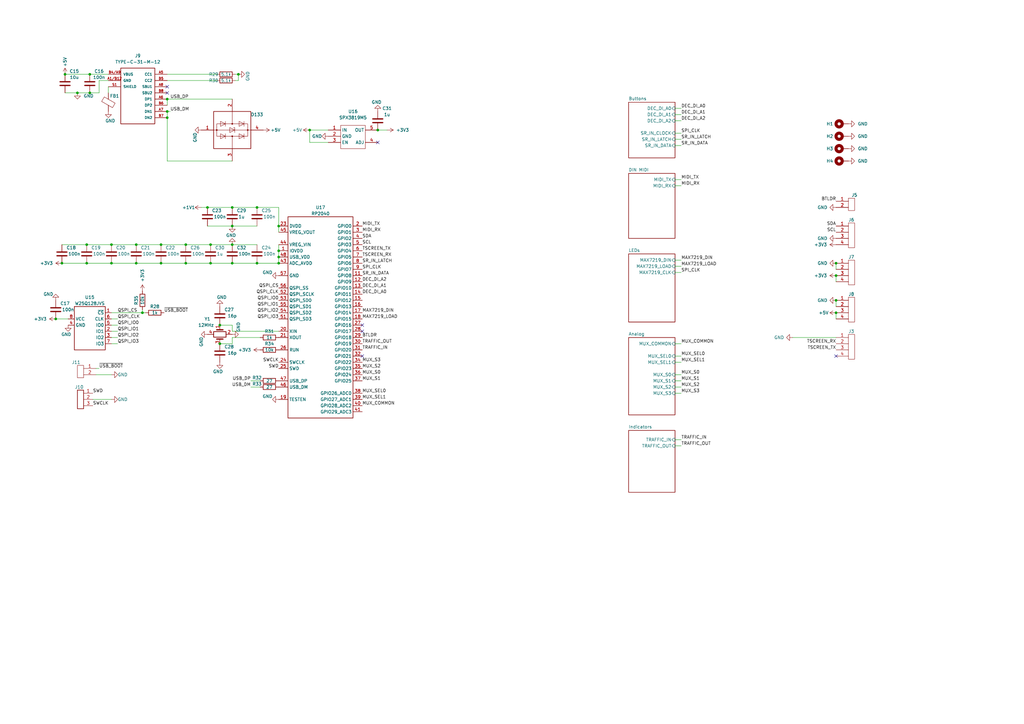
<source format=kicad_sch>
(kicad_sch (version 20211123) (generator eeschema)
  (paper "A3")
  (title_block (title "OpenDeck v3"))
  (lib_symbols
    (symbol "Connector_Generic:Conn_01x02" (pin_names (offset 1.016) hide)
      (property "Reference" "J?" (at 2.54 0.0001 0))
      (property "Value" "Conn_01x02" (at 2.54 -2.5399 0))
      (symbol "Conn_01x02_1_1"
        (rectangle (start -1.27 1.27) (end 1.27 -3.81))
        (pin passive line (at -6.35 0 0) (length 5.08) (name "Pin_1") (number "1"))
        (pin passive line (at -6.35 -2.54 0) (length 5.08) (name "Pin_2") (number "2"))
      )
    )
    (symbol "Connector_Generic:Conn_01x03" (pin_names (offset 1.016) hide)
      (property "Reference" "J?" (at 2.54 1.2701 0))
      (property "Value" "Conn_01x03" (at 2.54 -1.2699 0))
      (symbol "Conn_01x03_1_1"
        (rectangle (start -1.27 3.81) (end 1.27 -3.81) (stroke (width 0.254)))
        (pin passive line (at -5.08 2.54 0) (length 3.81) (name "Pin_1") (number "1"))
        (pin passive line (at -5.08 0 0) (length 3.81) (name "Pin_2") (number "2"))
        (pin passive line (at -5.08 -2.54 0) (length 3.81) (name "Pin_3") (number "3"))
      )
    )
    (symbol "Connector_Generic:Conn_01x04" (pin_names (offset 1.016) hide)
      (property "Reference" "J3" (at 0 11.43 0))
      (symbol "Conn_01x04_1_1"
        (rectangle (start 0 10.16) (end 2.54 0))
        (pin passive line (at -5.08 8.89 0) (length 5.08) (name "Pin_1") (number "1"))
        (pin passive line (at -5.08 6.35 0) (length 5.08) (name "Pin_2") (number "2"))
        (pin passive line (at -5.08 3.81 0) (length 5.08) (name "Pin_3") (number "3"))
        (pin passive line (at -5.08 1.27 0) (length 5.08) (name "Pin_4") (number "4"))
      )
    )
    (symbol "Device:C" (pin_numbers hide) (pin_names (offset 0.254))
      (property "Reference" "C" (at 0.635 2.54 0))
      (property "Value" "C" (at 0.635 -2.54 0))
      (symbol "C_0_1"
        (polyline (pts (xy -2.032 -0.762) (xy 2.032 -0.762)) (stroke (width 0.508)))
        (polyline (pts (xy -2.032 0.762) (xy 2.032 0.762)) (stroke (width 0.508)))
      )
      (symbol "C_1_1"
        (pin passive line (at 0 3.81 270) (length 2.794) (name "~") (number "1"))
        (pin passive line (at 0 -3.81 90) (length 2.794) (name "~") (number "2"))
      )
    )
    (symbol "Device:FerriteBead" (pin_numbers hide) (pin_names (offset 0))
      (property "Reference" "FB" (at -3.81 0.635 90))
      (property "Value" "FerriteBead" (at 3.81 0 90))
      (symbol "FerriteBead_0_1"
        (polyline (pts (xy 0 -1.27) (xy 0 -1.2192)))
        (polyline (pts (xy 0 1.27) (xy 0 1.2954)))
        (polyline (pts (xy -2.7686 0.4064) (xy -1.7018 2.2606) (xy 2.7686 -0.3048) (xy 1.6764 -2.159) (xy -2.7686 0.4064)))
      )
      (symbol "FerriteBead_1_1"
        (pin passive line (at 0 3.81 270) (length 2.54) (name "~") (number "1"))
        (pin passive line (at 0 -3.81 90) (length 2.54) (name "~") (number "2"))
      )
    )
    (symbol "Device:R" (pin_numbers hide) (pin_names (offset 0))
      (property "Reference" "R" (at 2.032 0 90))
      (property "Value" "R" (at 0 0 90))
      (symbol "R_0_1"
        (rectangle (start -1.016 -2.54) (end 1.016 2.54) (stroke (width 0.254)))
      )
      (symbol "R_1_1"
        (pin passive line (at 0 3.81 270) (length 1.27) (name "~") (number "1"))
        (pin passive line (at 0 -3.81 90) (length 1.27) (name "~") (number "2"))
      )
    )
    (symbol "Igor:Crystal-4P" (pin_names hide)
      (property "Reference" "Y1" (at 1.27 6.35 0))
      (property "Value" "12MHz" (at 1.27 3.81 0))
      (symbol "Crystal-4P_0_1"
        (rectangle (start -1.143 2.54) (end 1.143 -2.54) (stroke (width 0.3048)))
        (polyline (pts (xy -2.54 0) (xy -1.905 0)))
        (polyline (pts (xy -1.905 -1.27) (xy -1.905 1.27)) (stroke (width 0.508)))
        (polyline (pts (xy 1.905 -1.27) (xy 1.905 1.27)) (stroke (width 0.508)))
        (polyline (pts (xy 2.54 0) (xy 1.905 0)))
      )
      (symbol "Crystal-4P_1_1"
        (pin passive line (at -3.81 0 0) (length 1.27) (name "1") (number "1"))
        (pin passive line (at 0 5.08 270) (length 2.54) (name "2") (number "2"))
        (pin passive line (at 3.81 0 180) (length 1.27) (name "3") (number "3"))
        (pin passive line (at 0 -5.08 90) (length 2.54) (name "4") (number "4"))
      )
    )
    (symbol "Igor:RP2040"
      (property "Reference" "U17" (at 13.335 86.36 0))
      (property "Value" "RP2040" (at 13.335 83.82 0))
      (symbol "RP2040_0_1"
        (rectangle (start 0 82.55) (end 26.67 0) (stroke (width 0.254)))
      )
      (symbol "RP2040_1_1"
        (pin power_in line (at -3.81 68.58 0) (length 3.81) (name "IOVDD") (number "1"))
        (pin passive line (at -3.81 68.58 0) (length 3.81) hide (name "IOVDD") (number "10"))
        (pin bidirectional line (at 30.48 58.42 180) (length 3.81) (name "GPIO8") (number "11"))
        (pin bidirectional line (at 30.48 55.88 180) (length 3.81) (name "GPIO9") (number "12"))
        (pin bidirectional line (at 30.48 53.34 180) (length 3.81) (name "GPIO10") (number "13"))
        (pin bidirectional line (at 30.48 50.8 180) (length 3.81) (name "GPIO11") (number "14"))
        (pin bidirectional line (at 30.48 48.26 180) (length 3.81) (name "GPIO12") (number "15"))
        (pin bidirectional line (at 30.48 45.72 180) (length 3.81) (name "GPIO13") (number "16"))
        (pin bidirectional line (at 30.48 43.18 180) (length 3.81) (name "GPIO14") (number "17"))
        (pin bidirectional line (at 30.48 40.64 180) (length 3.81) (name "GPIO15") (number "18"))
        (pin input line (at -3.81 7.62 0) (length 3.81) (name "TESTEN") (number "19"))
        (pin bidirectional line (at 30.48 78.74 180) (length 3.81) (name "GPIO0") (number "2"))
        (pin input line (at -3.81 35.56 0) (length 3.81) (name "XIN") (number "20"))
        (pin passive line (at -3.81 33.02 0) (length 3.81) (name "XOUT") (number "21"))
        (pin passive line (at -3.81 68.58 0) (length 3.81) hide (name "IOVDD") (number "22"))
        (pin power_in line (at -3.81 78.74 0) (length 3.81) (name "DVDD") (number "23"))
        (pin output line (at -3.81 22.86 0) (length 3.81) (name "SWCLK") (number "24"))
        (pin bidirectional line (at -3.81 20.32 0) (length 3.81) (name "SWD") (number "25"))
        (pin input line (at -3.81 27.94 0) (length 3.81) (name "RUN") (number "26"))
        (pin bidirectional line (at 30.48 38.1 180) (length 3.81) (name "GPIO16") (number "27"))
        (pin bidirectional line (at 30.48 35.56 180) (length 3.81) (name "GPIO17") (number "28"))
        (pin bidirectional line (at 30.48 33.02 180) (length 3.81) (name "GPIO18") (number "29"))
        (pin bidirectional line (at 30.48 76.2 180) (length 3.81) (name "GPIO1") (number "3"))
        (pin bidirectional line (at 30.48 30.48 180) (length 3.81) (name "GPIO19") (number "30"))
        (pin bidirectional line (at 30.48 27.94 180) (length 3.81) (name "GPIO20") (number "31"))
        (pin bidirectional line (at 30.48 25.4 180) (length 3.81) (name "GPIO21") (number "32"))
        (pin passive line (at -3.81 68.58 0) (length 3.81) hide (name "IOVDD") (number "33"))
        (pin bidirectional line (at 30.48 22.86 180) (length 3.81) (name "GPIO22") (number "34"))
        (pin bidirectional line (at 30.48 20.32 180) (length 3.81) (name "GPIO23") (number "35"))
        (pin bidirectional line (at 30.48 17.78 180) (length 3.81) (name "GPIO24") (number "36"))
        (pin bidirectional line (at 30.48 15.24 180) (length 3.81) (name "GPIO25") (number "37"))
        (pin bidirectional line (at 30.48 10.16 180) (length 3.81) (name "GPIO26_ADC0") (number "38"))
        (pin bidirectional line (at 30.48 7.62 180) (length 3.81) (name "GPIO27_ADC1") (number "39"))
        (pin bidirectional line (at 30.48 73.66 180) (length 3.81) (name "GPIO2") (number "4"))
        (pin bidirectional line (at 30.48 5.08 180) (length 3.81) (name "GPIO28_ADC2") (number "40"))
        (pin bidirectional line (at 30.48 2.54 180) (length 3.81) (name "GPIO29_ADC3") (number "41"))
        (pin passive line (at -3.81 68.58 0) (length 3.81) hide (name "IOVDD") (number "42"))
        (pin power_in line (at -3.81 63.5 0) (length 3.81) (name "ADC_AVDD") (number "43"))
        (pin power_in line (at -3.81 71.12 0) (length 3.81) (name "VREG_VIN") (number "44"))
        (pin power_out line (at -3.81 76.2 0) (length 3.81) (name "VREG_VOUT") (number "45"))
        (pin bidirectional line (at -3.81 12.7 0) (length 3.81) (name "USB_DM") (number "46"))
        (pin bidirectional line (at -3.81 15.24 0) (length 3.81) (name "USB_DP") (number "47"))
        (pin power_in line (at -3.81 66.04 0) (length 3.81) (name "USB_VDD") (number "48"))
        (pin passive line (at -3.81 68.58 0) (length 3.81) hide (name "IOVDD") (number "49"))
        (pin bidirectional line (at 30.48 71.12 180) (length 3.81) (name "GPIO3") (number "5"))
        (pin passive line (at -3.81 78.74 0) (length 3.81) hide (name "DVDD") (number "50"))
        (pin bidirectional line (at -3.81 40.64 0) (length 3.81) (name "QSPI_SD3") (number "51"))
        (pin output line (at -3.81 50.8 0) (length 3.81) (name "QSPI_SCLK") (number "52"))
        (pin bidirectional line (at -3.81 48.26 0) (length 3.81) (name "QSPI_SD0") (number "53"))
        (pin bidirectional line (at -3.81 43.18 0) (length 3.81) (name "QSPI_SD2") (number "54"))
        (pin bidirectional line (at -3.81 45.72 0) (length 3.81) (name "QSPI_SD1") (number "55"))
        (pin bidirectional line (at -3.81 53.34 0) (length 3.81) (name "QSPI_SS") (number "56"))
        (pin power_in line (at -3.81 58.42 0) (length 3.81) (name "GND") (number "57"))
        (pin bidirectional line (at 30.48 68.58 180) (length 3.81) (name "GPIO4") (number "6"))
        (pin bidirectional line (at 30.48 66.04 180) (length 3.81) (name "GPIO5") (number "7"))
        (pin bidirectional line (at 30.48 63.5 180) (length 3.81) (name "GPIO6") (number "8"))
        (pin bidirectional line (at 30.48 60.96 180) (length 3.81) (name "GPIO7") (number "9"))
      )
    )
    (symbol "Igor:TYPE-C-31-M-12" (pin_names (offset 1.016))
      (property "Reference" "J" (at 6.35 25.4 0))
      (property "Value" "TYPE-C-31-M-12" (at -1.27 22.86 0))
      (symbol "TYPE-C-31-M-12_0_0"
        (rectangle (start 0 22.86) (end 13.97 0) (stroke (width 0.254)))
        (pin power_in line (at -5.08 17.78 0) (length 5.08) (name "GND") (number "A1/B12"))
        (pin power_in line (at -5.08 20.32 0) (length 5.08) hide (name "VBUS") (number "A4/B9"))
        (pin bidirectional line (at 19.05 20.32 180) (length 5.08) (name "CC1") (number "A5"))
        (pin bidirectional line (at 19.05 10.16 180) (length 5.08) (name "DP1") (number "A6"))
        (pin bidirectional line (at 19.05 5.08 180) (length 5.08) (name "DN1") (number "A7"))
        (pin bidirectional line (at 19.05 15.24 180) (length 5.08) (name "SBU1") (number "A8"))
        (pin power_in line (at -5.08 17.78 0) (length 5.08) hide (name "GND") (number "B1/A12"))
        (pin power_in line (at -5.08 20.32 0) (length 5.08) (name "VBUS") (number "B4/A9"))
        (pin bidirectional line (at 19.05 17.78 180) (length 5.08) (name "CC2") (number "B5"))
        (pin bidirectional line (at 19.05 7.62 180) (length 5.08) (name "DP2") (number "B6"))
        (pin bidirectional line (at 19.05 2.54 180) (length 5.08) (name "DN2") (number "B7"))
        (pin bidirectional line (at 19.05 12.7 180) (length 5.08) (name "SBU2") (number "B8"))
        (pin passive line (at -5.08 15.24 0) (length 5.08) (name "SHIELD") (number "S1"))
        (pin passive line (at -5.08 15.24 0) (length 5.08) hide (name "SHIELD") (number "S2"))
        (pin passive line (at -5.08 15.24 0) (length 5.08) hide (name "SHIELD") (number "S3"))
        (pin passive line (at -5.08 15.24 0) (length 5.08) hide (name "SHIELD") (number "S4"))
      )
    )
    (symbol "Igor:W25Q128JVS"
      (property "Reference" "U?" (at 6.35 21.59 0))
      (property "Value" "W25Q128JVS" (at 6.35 19.05 0))
      (symbol "W25Q128JVS_0_1"
        (rectangle (start 0 17.78) (end 12.7 0) (stroke (width 0.254)))
      )
      (symbol "W25Q128JVS_1_1"
        (pin input line (at 15.24 15.24 180) (length 2.54) (name "~{CS}") (number "1"))
        (pin bidirectional line (at 15.24 7.62 180) (length 2.54) (name "IO1") (number "2"))
        (pin bidirectional line (at 15.24 5.08 180) (length 2.54) (name "IO2") (number "3"))
        (pin power_in line (at -2.54 10.16 0) (length 2.54) (name "GND") (number "4"))
        (pin bidirectional line (at 15.24 10.16 180) (length 2.54) (name "IO0") (number "5"))
        (pin input line (at 15.24 12.7 180) (length 2.54) (name "CLK") (number "6"))
        (pin bidirectional line (at 15.24 2.54 180) (length 2.54) (name "IO3") (number "7"))
        (pin power_in line (at -2.54 12.7 0) (length 2.54) (name "VCC") (number "8"))
      )
    )
    (symbol "Mechanical:MountingHole_Pad" (pin_numbers hide) (pin_names (offset 1.016) hide)
      (property "Reference" "H" (at 0 6.35 0))
      (property "Value" "MountingHole_Pad" (at 0 4.445 0))
      (symbol "MountingHole_Pad_0_1"
        (circle (center 0 1.27) (radius 1.27) (stroke (width 1.27)))
      )
      (symbol "MountingHole_Pad_1_1"
        (pin input line (at 0 -2.54 90) (length 2.54) (name "1") (number "1"))
      )
    )
    (symbol "Power_Protection:PRTR5V0U2X" (pin_names (offset 0) hide)
      (property "Reference" "D?" (at -6.35 10.16 90))
      (symbol "PRTR5V0U2X_0_1"
        (rectangle (start -7.62 -7.62) (end 7.62 7.62) (stroke (width 0.254)))
        (circle (center -2.54 0) (radius 0.254) (fill (type outline)))
        (rectangle (start -2.54 6.35) (end 2.54 -6.35))
        (circle (center 0 -6.35) (radius 0.254) (fill (type outline)))
        (polyline (pts (xy -2.54 0) (xy -7.62 0)))
        (polyline (pts (xy -1.524 -2.794) (xy -3.556 -2.794)))
        (polyline (pts (xy -1.524 4.826) (xy -3.556 4.826)))
        (polyline (pts (xy 0 -7.62) (xy 0 7.62)))
        (polyline (pts (xy 1.524 -2.794) (xy 3.556 -2.794)))
        (polyline (pts (xy 1.524 4.826) (xy 3.556 4.826)))
        (polyline (pts (xy 2.54 0) (xy 7.62 0)))
        (polyline (pts (xy 1.016 1.016) (xy -1.016 1.016) (xy -1.016 0.508)))
        (polyline (pts (xy -3.556 -4.826) (xy -1.524 -4.826) (xy -2.54 -2.794) (xy -3.556 -4.826)))
        (polyline (pts (xy -3.556 2.794) (xy -1.524 2.794) (xy -2.54 4.826) (xy -3.556 2.794)))
        (polyline (pts (xy -1.016 -1.016) (xy 1.016 -1.016) (xy 0 1.016) (xy -1.016 -1.016)))
        (polyline (pts (xy 3.556 -4.826) (xy 1.524 -4.826) (xy 2.54 -2.794) (xy 3.556 -4.826)))
        (polyline (pts (xy 3.556 2.794) (xy 1.524 2.794) (xy 2.54 4.826) (xy 3.556 2.794)))
        (circle (center 0 6.35) (radius 0.254) (fill (type outline)))
        (circle (center 2.54 0) (radius 0.254) (fill (type outline)))
      )
      (symbol "PRTR5V0U2X_1_1"
        (pin passive line (at 0 -12.7 90) (length 5.08) (name "GND") (number "1"))
        (pin passive line (at -12.7 0 0) (length 5.08) (name "I/O1") (number "2"))
        (pin passive line (at 12.7 0 180) (length 5.08) (name "I/O2") (number "3"))
        (pin passive line (at 0 12.7 270) (length 5.08) (name "VCC") (number "4"))
      )
    )
    (symbol "igor_lib:SPX3819M5"
      (property "Reference" "U?" (at 5.08 13.97 0))
      (property "Value" "SPX3819M5" (at 5.08 11.43 0))
      (symbol "SPX3819M5_0_1"
        (rectangle (start 0 9.525) (end 10.16 0))
      )
      (symbol "SPX3819M5_1_1"
        (pin power_in line (at -5.08 7.62 0) (length 5.08) (name "IN") (number "1"))
        (pin power_in line (at -5.08 5.08 0) (length 5.08) (name "GND") (number "2"))
        (pin input line (at -5.08 2.54 0) (length 5.08) (name "EN") (number "3"))
        (pin input line (at 15.24 2.54 180) (length 5.08) (name "ADJ") (number "4"))
        (pin power_out line (at 15.24 7.62 180) (length 5.08) (name "OUT") (number "5"))
      )
    )
    (symbol "power:+1V1" (power) (pin_names (offset 0))
      (property "Value" "+1V1" (at 0 3.556 0))
      (symbol "+1V1_0_1"
        (polyline (pts (xy -0.762 1.27) (xy 0 2.54)))
        (polyline (pts (xy 0 0) (xy 0 2.54)))
        (polyline (pts (xy 0 2.54) (xy 0.762 1.27)))
      )
      (symbol "+1V1_1_1"
        (pin power_in line (at 0 0 90) (length 0) hide (name "+1V1") (number "1"))
      )
    )
    (symbol "power:+3.3V" (power) (pin_names (offset 0))
      (property "Value" "+3.3V" (at 0 3.556 0))
      (symbol "+3.3V_0_1"
        (polyline (pts (xy -0.762 1.27) (xy 0 2.54)))
        (polyline (pts (xy 0 0) (xy 0 2.54)))
        (polyline (pts (xy 0 2.54) (xy 0.762 1.27)))
      )
      (symbol "+3.3V_1_1"
        (pin power_in line (at 0 0 90) (length 0) hide (name "+3V3") (number "1"))
      )
    )
    (symbol "power:+5V" (power) (pin_names (offset 0))
      (property "Value" "+5V" (at 0 3.556 0))
      (symbol "+5V_0_1"
        (polyline (pts (xy -0.762 1.27) (xy 0 2.54)))
        (polyline (pts (xy 0 0) (xy 0 2.54)))
        (polyline (pts (xy 0 2.54) (xy 0.762 1.27)))
      )
      (symbol "+5V_1_1"
        (pin power_in line (at 0 0 90) (length 0) hide (name "+5V") (number "1"))
      )
    )
    (symbol "power:GND" (power) (pin_names (offset 0))
      (property "Value" "GND" (at 0 -3.81 0))
      (symbol "GND_0_1"
        (polyline (pts (xy 0 0) (xy 0 -1.27) (xy 1.27 -1.27) (xy 0 -2.54) (xy -1.27 -1.27) (xy 0 -1.27)))
      )
      (symbol "GND_1_1"
        (pin power_in line (at 0 0 270) (length 0) hide (name "GND") (number "1"))
      )
    )
  )
  (junction (at 114.3 102.87))
  (junction (at 342.9 113.03))
  (junction (at 25.4 107.95))
  (junction (at 90.17 140.97))
  (junction (at 154.94 53.34))
  (junction (at 342.9 107.95))
  (junction (at 55.88 100.33))
  (junction (at 31.75 38.1))
  (junction (at 26.67 30.48))
  (junction (at 127 53.34))
  (junction (at 22.86 130.81))
  (junction (at 97.79 30.48))
  (junction (at 76.2 107.95))
  (junction (at 114.3 107.95))
  (junction (at 35.56 107.95))
  (junction (at 68.58 45.72))
  (junction (at 114.3 105.41))
  (junction (at 68.58 40.64))
  (junction (at 55.88 107.95))
  (junction (at 114.3 92.71))
  (junction (at 68.58 48.26))
  (junction (at 90.17 133.35))
  (junction (at 35.56 100.33))
  (junction (at 58.42 128.27))
  (junction (at 95.25 107.95))
  (junction (at 95.25 100.33))
  (junction (at 45.72 100.33))
  (junction (at 76.2 100.33))
  (junction (at 342.9 123.19))
  (junction (at 66.04 107.95))
  (junction (at 95.25 85.09))
  (junction (at 342.9 128.27))
  (junction (at 45.72 107.95))
  (junction (at 66.04 100.33))
  (junction (at 105.41 107.95))
  (junction (at 86.36 107.95))
  (junction (at 36.83 38.1))
  (junction (at 36.83 30.48))
  (junction (at 85.09 85.09))
  (junction (at 105.41 85.09))
  (junction (at 86.36 100.33))
  (junction (at 95.25 92.71))
  (no_connect (at 154.94 58.42))
  (no_connect (at 148.59 146.05))
  (no_connect (at 148.59 135.89))
  (no_connect (at 148.59 133.35))
  (no_connect (at 342.9 146.05))
  (no_connect (at 68.58 35.56))
  (no_connect (at 68.58 38.1))
  (wire (pts (xy 95.25 92.71) (xy 105.41 92.71)))
  (wire (pts (xy 342.9 128.27) (xy 342.9 130.81)))
  (wire (pts (xy 68.58 66.04) (xy 68.58 48.26)))
  (wire (pts (xy 105.41 107.95) (xy 114.3 107.95)))
  (wire (pts (xy 45.72 107.95) (xy 55.88 107.95)))
  (wire (pts (xy 68.58 45.72) (xy 69.85 45.72)))
  (wire (pts (xy 276.86 44.45) (xy 279.4 44.45)))
  (wire (pts (xy 276.86 156.21) (xy 279.4 156.21)))
  (wire (pts (xy 45.72 100.33) (xy 55.88 100.33)))
  (wire (pts (xy 102.87 158.75) (xy 106.68 158.75)))
  (wire (pts (xy 58.42 127) (xy 58.42 128.27)))
  (wire (pts (xy 276.86 76.2) (xy 279.4 76.2)))
  (wire (pts (xy 95.25 66.04) (xy 68.58 66.04)))
  (wire (pts (xy 95.25 138.43) (xy 106.68 138.43)))
  (wire (pts (xy 97.79 30.48) (xy 96.52 30.48)))
  (wire (pts (xy 45.72 138.43) (xy 48.26 138.43)))
  (wire (pts (xy 96.52 33.02) (xy 97.79 33.02)))
  (wire (pts (xy 97.79 33.02) (xy 97.79 30.48)))
  (wire (pts (xy 35.56 100.33) (xy 45.72 100.33)))
  (wire (pts (xy 95.25 107.95) (xy 105.41 107.95)))
  (wire (pts (xy 86.36 107.95) (xy 95.25 107.95)))
  (wire (pts (xy 276.86 109.22) (xy 279.4 109.22)))
  (wire (pts (xy 105.41 85.09) (xy 114.3 85.09)))
  (wire (pts (xy 45.72 133.35) (xy 48.26 133.35)))
  (wire (pts (xy 68.58 33.02) (xy 88.9 33.02)))
  (wire (pts (xy 276.86 49.53) (xy 279.4 49.53)))
  (wire (pts (xy 114.3 100.33) (xy 114.3 102.87)))
  (wire (pts (xy 85.09 85.09) (xy 95.25 85.09)))
  (wire (pts (xy 114.3 105.41) (xy 114.3 107.95)))
  (wire (pts (xy 22.86 130.81) (xy 27.94 130.81)))
  (wire (pts (xy 276.86 57.15) (xy 279.4 57.15)))
  (wire (pts (xy 44.45 35.56) (xy 44.45 38.1)))
  (wire (pts (xy 35.56 107.95) (xy 45.72 107.95)))
  (wire (pts (xy 55.88 100.33) (xy 66.04 100.33)))
  (wire (pts (xy 26.67 38.1) (xy 31.75 38.1)))
  (wire (pts (xy 68.58 40.64) (xy 95.25 40.64)))
  (wire (pts (xy 134.62 58.42) (xy 127 58.42)))
  (wire (pts (xy 276.86 182.88) (xy 279.4 182.88)))
  (wire (pts (xy 127 53.34) (xy 134.62 53.34)))
  (wire (pts (xy 95.25 135.89) (xy 95.25 133.35)))
  (wire (pts (xy 45.72 130.81) (xy 48.26 130.81)))
  (wire (pts (xy 45.72 140.97) (xy 48.26 140.97)))
  (wire (pts (xy 58.42 128.27) (xy 59.69 128.27)))
  (wire (pts (xy 68.58 30.48) (xy 88.9 30.48)))
  (wire (pts (xy 276.86 111.76) (xy 279.4 111.76)))
  (wire (pts (xy 276.86 148.59) (xy 279.4 148.59)))
  (wire (pts (xy 276.86 146.05) (xy 279.4 146.05)))
  (wire (pts (xy 102.87 156.21) (xy 106.68 156.21)))
  (wire (pts (xy 26.67 30.48) (xy 36.83 30.48)))
  (wire (pts (xy 276.86 180.34) (xy 279.4 180.34)))
  (wire (pts (xy 66.04 100.33) (xy 76.2 100.33)))
  (wire (pts (xy 276.86 54.61) (xy 279.4 54.61)))
  (wire (pts (xy 76.2 100.33) (xy 86.36 100.33)))
  (wire (pts (xy 114.3 92.71) (xy 114.3 95.25)))
  (wire (pts (xy 66.04 107.95) (xy 76.2 107.95)))
  (wire (pts (xy 55.88 107.95) (xy 66.04 107.95)))
  (wire (pts (xy 114.3 135.89) (xy 95.25 135.89)))
  (wire (pts (xy 68.58 45.72) (xy 68.58 48.26)))
  (wire (pts (xy 276.86 161.29) (xy 279.4 161.29)))
  (wire (pts (xy 31.75 38.1) (xy 36.83 38.1)))
  (wire (pts (xy 114.3 102.87) (xy 114.3 105.41)))
  (wire (pts (xy 276.86 140.97) (xy 279.4 140.97)))
  (wire (pts (xy 342.9 123.19) (xy 342.9 125.73)))
  (wire (pts (xy 86.36 100.33) (xy 95.25 100.33)))
  (wire (pts (xy 276.86 73.66) (xy 279.4 73.66)))
  (wire (pts (xy 44.45 33.02) (xy 40.64 33.02)))
  (wire (pts (xy 45.72 135.89) (xy 48.26 135.89)))
  (wire (pts (xy 95.25 85.09) (xy 105.41 85.09)))
  (wire (pts (xy 342.9 113.03) (xy 342.9 115.57)))
  (wire (pts (xy 82.55 85.09) (xy 85.09 85.09)))
  (wire (pts (xy 25.4 100.33) (xy 35.56 100.33)))
  (wire (pts (xy 325.12 138.43) (xy 342.9 138.43)))
  (wire (pts (xy 76.2 107.95) (xy 86.36 107.95)))
  (wire (pts (xy 154.94 53.34) (xy 158.75 53.34)))
  (wire (pts (xy 85.09 92.71) (xy 95.25 92.71)))
  (wire (pts (xy 45.72 153.67) (xy 39.37 153.67)))
  (wire (pts (xy 276.86 106.68) (xy 279.4 106.68)))
  (wire (pts (xy 40.64 38.1) (xy 36.83 38.1)))
  (wire (pts (xy 36.83 30.48) (xy 44.45 30.48)))
  (wire (pts (xy 127 58.42) (xy 127 53.34)))
  (wire (pts (xy 276.86 153.67) (xy 279.4 153.67)))
  (wire (pts (xy 95.25 133.35) (xy 90.17 133.35)))
  (wire (pts (xy 40.64 33.02) (xy 40.64 38.1)))
  (wire (pts (xy 276.86 46.99) (xy 279.4 46.99)))
  (wire (pts (xy 114.3 92.71) (xy 114.3 85.09)))
  (wire (pts (xy 276.86 158.75) (xy 279.4 158.75)))
  (wire (pts (xy 39.37 151.13) (xy 40.64 151.13)))
  (wire (pts (xy 68.58 40.64) (xy 68.58 43.18)))
  (wire (pts (xy 90.17 140.97) (xy 95.25 140.97)))
  (wire (pts (xy 45.72 128.27) (xy 58.42 128.27)))
  (wire (pts (xy 45.72 163.83) (xy 38.1 163.83)))
  (wire (pts (xy 25.4 107.95) (xy 35.56 107.95)))
  (wire (pts (xy 95.25 138.43) (xy 95.25 140.97)))
  (wire (pts (xy 95.25 100.33) (xy 105.41 100.33)))
  (wire (pts (xy 276.86 59.69) (xy 279.4 59.69)))
  (wire (pts (xy 342.9 107.95) (xy 342.9 110.49)))
  (label "QSPI_CLK" (at 114.3 120.65 180))
  (label "SDA" (at 342.9 92.71 180))
  (label "QSPI_CS" (at 114.3 118.11 180))
  (label "MIDI_TX" (at 279.4 73.66 0))
  (label "~{USB_BOOT}" (at 67.31 128.27 0))
  (label "SPI_CLK" (at 279.4 111.76 0))
  (label "SWD" (at 114.3 151.13 180))
  (label "MIDI_TX" (at 148.59 92.71 0))
  (label "QSPI_IO0" (at 48.26 133.35 0))
  (label "TSCREEN_RX" (at 342.9 140.97 180))
  (label "MUX_S0" (at 279.4 153.67 0))
  (label "MAX7219_DIN" (at 279.4 106.68 0))
  (label "DEC_DI_A1" (at 279.4 46.99 0))
  (label "TRAFFIC_OUT" (at 279.4 182.88 0))
  (label "QSPI_IO3" (at 48.26 140.97 0))
  (label "MUX_COMMON" (at 279.4 140.97 0))
  (label "QSPI_IO2" (at 114.3 128.27 180))
  (label "TSCREEN_RX" (at 148.59 105.41 0))
  (label "SR_IN_LATCH" (at 148.59 107.95 0))
  (label "QSPI_IO2" (at 48.26 138.43 0))
  (label "USB_DM" (at 69.85 45.72 0))
  (label "~{USB_BOOT}" (at 40.64 151.13 0))
  (label "MUX_SEL0" (at 148.59 161.29 0))
  (label "SPI_CLK" (at 148.59 110.49 0))
  (label "DEC_DI_A0" (at 148.59 120.65 0))
  (label "MUX_SEL0" (at 279.4 146.05 0))
  (label "MUX_S3" (at 148.59 148.59 0))
  (label "QSPI_IO0" (at 114.3 123.19 180))
  (label "TRAFFIC_IN" (at 148.59 143.51 0))
  (label "BTLDR" (at 342.9 82.55 180))
  (label "USB_DM" (at 102.87 158.75 180))
  (label "DEC_DI_A2" (at 279.4 49.53 0))
  (label "MUX_S2" (at 148.59 151.13 0))
  (label "MIDI_RX" (at 279.4 76.2 0))
  (label "MUX_S0" (at 148.59 153.67 0))
  (label "SR_IN_DATA" (at 279.4 59.69 0))
  (label "QSPI_CS" (at 48.26 128.27 0))
  (label "MUX_SEL1" (at 148.59 163.83 0))
  (label "BTLDR" (at 148.59 138.43 0))
  (label "MIDI_RX" (at 148.59 95.25 0))
  (label "SPI_CLK" (at 279.4 54.61 0))
  (label "MUX_S2" (at 279.4 158.75 0))
  (label "SWCLK" (at 114.3 148.59 180))
  (label "TRAFFIC_OUT" (at 148.59 140.97 0))
  (label "SWCLK" (at 38.1 166.37 0))
  (label "MAX7219_LOAD" (at 279.4 109.22 0))
  (label "SR_IN_LATCH" (at 279.4 57.15 0))
  (label "QSPI_IO1" (at 48.26 135.89 0))
  (label "MAX7219_DIN" (at 148.59 128.27 0))
  (label "DEC_DI_A1" (at 148.59 118.11 0))
  (label "MUX_S1" (at 279.4 156.21 0))
  (label "SCL" (at 342.9 95.25 180))
  (label "SCL" (at 148.59 100.33 0))
  (label "TSCREEN_TX" (at 148.59 102.87 0))
  (label "MUX_S3" (at 279.4 161.29 0))
  (label "QSPI_IO3" (at 114.3 130.81 180))
  (label "QSPI_CLK" (at 48.26 130.81 0))
  (label "USB_DP" (at 102.87 156.21 180))
  (label "DEC_DI_A2" (at 148.59 115.57 0))
  (label "SR_IN_DATA" (at 148.59 113.03 0))
  (label "DEC_DI_A0" (at 279.4 44.45 0))
  (label "MAX7219_LOAD" (at 148.59 130.81 0))
  (label "USB_DP" (at 69.85 40.64 0))
  (label "QSPI_IO1" (at 114.3 125.73 180))
  (label "TRAFFIC_IN" (at 279.4 180.34 0))
  (label "SWD" (at 38.1 161.29 0))
  (label "MUX_COMMON" (at 148.59 166.37 0))
  (label "MUX_S1" (at 148.59 156.21 0))
  (label "MUX_SEL1" (at 279.4 148.59 0))
  (label "SDA" (at 148.59 97.79 0))
  (label "TSCREEN_TX" (at 342.9 143.51 180))
  (symbol (lib_id "Device:C") (at 55.88 104.14 180) (unit 1)
    (property "Reference" "C21" (at 59.69 101.6 0))
    (property "Value" "100n" (at 60.96 104.14 0))
    (property "Footprint" "Capacitor_SMD:C_0402_1005Metric" (effects hide))
    (property "LCSC" "C1525" (effects hide))
  )
  (symbol (lib_id "Mechanical:MountingHole_Pad") (at 345.44 66.04 90) (unit 1)
    (property "Reference" "H4" (at 340.36 66.04 90))
    (property "Value" "MountingHole_Pad" (effects hide))
    (property "Footprint" "MountingHole:MountingHole_3.2mm_M3_DIN965_Pad" (effects hide))
  )
  (symbol (lib_id "power:GND") (at 97.79 30.48 90) (unit 1)
    (property "Reference" "#PWR013" (effects hide))
    (property "Value" "GND" (at 101.6 29.21 0) (effects (justify right)))
  )
  (symbol (lib_id "power:GND") (at 27.94 133.35 0) (unit 1)
    (property "Reference" "#PWR010" (effects hide))
    (property "Value" "GND" (at 29.21 137.16 0) (effects (justify right)))
  )
  (symbol (lib_id "power:GND") (at 45.72 163.83 90) (unit 1)
    (property "Reference" "#PWR028" (effects hide))
    (property "Value" "GND" (at 48.26 163.83 90) (effects (justify right)))
  )
  (symbol (lib_id "Device:C") (at 86.36 104.14 180) (unit 1)
    (property "Reference" "C30" (at 90.17 101.6 0))
    (property "Value" "1u" (at 90.17 104.14 0))
    (property "Footprint" "Capacitor_SMD:C_0402_1005Metric" (effects hide))
    (property "LCSC" "C52923" (effects hide))
  )
  (symbol (lib_id "power:GND") (at 342.9 123.19 270) (unit 1)
    (property "Reference" "#PWR0168" (effects hide))
    (property "Value" "GND" (at 335.28 123.19 90) (effects (justify left)))
  )
  (symbol (lib_id "power:GND") (at 90.17 125.73 180) (unit 1)
    (property "Reference" "#PWR017" (effects hide))
    (property "Value" "GND" (at 88.9 121.92 0) (effects (justify right)))
  )
  (symbol (lib_id "power:GND") (at 347.98 66.04 90) (unit 1)
    (property "Reference" "#PWR0167" (effects hide))
    (property "Value" "GND" (at 351.79 66.0399 90) (effects (justify right)))
  )
  (symbol (lib_id "power:GND") (at 95.25 137.16 90) (unit 1)
    (property "Reference" "#PWR0152" (effects hide))
    (property "Value" "GND" (at 97.79 132.08 0) (effects (justify right)))
  )
  (symbol (lib_id "power:+5V") (at 127 53.34 90) (mirror x) (unit 1)
    (property "Reference" "#PWR025" (effects hide))
    (property "Value" "+5V" (at 121.92 53.34 90))
  )
  (symbol (lib_id "power:GND") (at 95.25 92.71 0) (unit 1)
    (property "Reference" "#PWR015" (effects hide))
    (property "Value" "GND" (effects hide))
  )
  (symbol (lib_id "power:GND") (at 347.98 55.88 90) (unit 1)
    (property "Reference" "#PWR0165" (effects hide))
    (property "Value" "GND" (at 351.79 55.8799 90) (effects (justify right)))
  )
  (symbol (lib_id "Device:R") (at 92.71 33.02 90) (unit 1)
    (property "Reference" "R30" (at 87.63 33.02 90))
    (property "Value" "5.1k" (at 92.71 33.02 90))
    (property "Footprint" "Resistor_SMD:R_0402_1005Metric" (effects hide))
    (property "LCSC" "C25905" (effects hide))
  )
  (symbol (lib_id "Device:C") (at 26.67 34.29 180) (unit 1)
    (property "Reference" "C15" (at 30.48 29.21 0))
    (property "Value" "10u" (at 30.48 31.75 0))
    (property "Footprint" "Capacitor_SMD:C_0402_1005Metric" (effects hide))
    (property "LCSC" "C15525" (effects hide))
  )
  (symbol (lib_id "Device:C") (at 90.17 129.54 180) (unit 1)
    (property "Reference" "C27" (at 93.98 127 0))
    (property "Value" "16p" (at 95.25 129.54 0))
    (property "Footprint" "Capacitor_SMD:C_0402_1005Metric" (effects hide))
    (property "LCSC" "C161307" (effects hide))
  )
  (symbol (lib_id "power:GND") (at 342.9 107.95 270) (unit 1)
    (property "Reference" "#PWR0169" (effects hide))
    (property "Value" "GND" (at 335.28 107.95 90) (effects (justify left)))
  )
  (symbol (lib_id "Device:C") (at 25.4 104.14 180) (unit 1)
    (property "Reference" "C18" (at 29.21 101.6 0))
    (property "Value" "100n" (at 30.48 104.14 0))
    (property "Footprint" "Capacitor_SMD:C_0402_1005Metric" (effects hide))
    (property "LCSC" "C1525" (effects hide))
  )
  (symbol (lib_id "Connector_Generic:Conn_01x03") (at 33.02 163.83 0) (mirror y) (unit 1)
    (property "Reference" "J10" (at 34.29 158.75 0) (effects (justify left)))
    (property "Value" "Conn_01x03" (effects hide))
    (property "Footprint" "Connector_PinHeader_2.54mm:PinHeader_1x03_P2.54mm_Vertical" (effects hide))
  )
  (symbol (lib_id "power:+3.3V") (at 342.9 113.03 90) (unit 1)
    (property "Reference" "#PWR0175" (effects hide))
    (property "Value" "+3.3V" (at 336.55 113.03 90))
  )
  (symbol (lib_id "power:+3.3V") (at 106.68 143.51 90) (unit 1)
    (property "Reference" "#PWR030" (effects hide))
    (property "Value" "+3.3V" (at 100.33 143.51 90))
  )
  (symbol (lib_id "Device:C") (at 95.25 104.14 180) (unit 1)
    (property "Reference" "C32" (at 99.06 101.6 0))
    (property "Value" "100n" (at 100.33 104.14 0))
    (property "Footprint" "Capacitor_SMD:C_0402_1005Metric" (effects hide))
    (property "LCSC" "C1525" (effects hide))
  )
  (symbol (lib_id "Device:C") (at 90.17 144.78 180) (unit 1)
    (property "Reference" "C28" (at 93.98 142.24 0))
    (property "Value" "16p" (at 95.25 144.78 0))
    (property "Footprint" "Capacitor_SMD:C_0402_1005Metric" (effects hide))
    (property "LCSC" "C161307" (effects hide))
  )
  (symbol (lib_id "power:GND") (at 114.3 163.83 270) (unit 1)
    (property "Reference" "#PWR0176" (effects hide))
    (property "Value" "GND" (at 111.76 162.56 90) (effects (justify right)))
  )
  (symbol (lib_id "Mechanical:MountingHole_Pad") (at 345.44 50.8 90) (unit 1)
    (property "Reference" "H1" (at 340.36 50.8 90))
    (property "Value" "MountingHole_Pad" (effects hide))
    (property "Footprint" "MountingHole:MountingHole_3.2mm_M3_DIN965_Pad" (effects hide))
  )
  (symbol (lib_id "Device:R") (at 63.5 128.27 90) (unit 1)
    (property "Reference" "R28" (at 63.5 125.73 90))
    (property "Value" "1k" (at 63.5 128.27 90))
    (property "Footprint" "Resistor_SMD:R_0402_1005Metric" (effects hide))
    (property "LCSC" "C11702" (effects hide))
  )
  (symbol (lib_id "Igor:W25Q128JVS") (at 30.48 143.51 0) (unit 1)
    (property "Reference" "U15" (at 36.83 121.92 0))
    (property "Value" "W25Q128JVS" (at 36.83 124.46 0))
    (property "Footprint" "Package_SO:SOIC-8_5.23x5.23mm_P1.27mm" (effects hide))
    (property "LCSC" "C97521" (effects hide))
  )
  (symbol (lib_id "power:GND") (at 114.3 113.03 270) (unit 1)
    (property "Reference" "#PWR019" (effects hide))
    (property "Value" "GND" (at 111.76 111.76 90) (effects (justify right)))
  )
  (symbol (lib_id "Device:C") (at 105.41 104.14 180) (unit 1)
    (property "Reference" "C24" (at 109.22 101.6 0))
    (property "Value" "100n" (at 110.49 104.14 0))
    (property "Footprint" "Capacitor_SMD:C_0402_1005Metric" (effects hide))
    (property "LCSC" "C1525" (effects hide))
  )
  (symbol (lib_id "power:+3.3V") (at 25.4 107.95 90) (unit 1)
    (property "Reference" "#PWR0177" (effects hide))
    (property "Value" "+3.3V" (at 19.05 107.95 90))
  )
  (symbol (lib_id "Connector_Generic:Conn_01x02") (at 349.25 82.55 0) (unit 1)
    (property "Reference" "J5" (at 349.25 80.01 0) (effects (justify left)))
    (property "Value" "Conn_01x02" (effects hide))
    (property "Footprint" "Connector_PinHeader_2.54mm:PinHeader_1x02_P2.54mm_Vertical" (effects hide))
  )
  (symbol (lib_id "Device:R") (at 110.49 156.21 90) (unit 1)
    (property "Reference" "R32" (at 105.41 154.94 90))
    (property "Value" "27" (at 110.49 156.21 90))
    (property "Footprint" "Resistor_SMD:R_0402_1005Metric" (effects hide))
    (property "LCSC" "C25100" (effects hide))
  )
  (symbol (lib_id "power:+3.3V") (at 158.75 53.34 270) (unit 1)
    (property "Reference" "#PWR021" (effects hide))
    (property "Value" "+3.3V" (at 165.1 53.34 90))
  )
  (symbol (lib_id "Connector_Generic:Conn_01x04") (at 347.98 101.6 0) (unit 1)
    (property "Reference" "J6" (at 347.98 90.17 0) (effects (justify left)))
    (property "Value" "Conn_01x04" (effects hide))
    (property "Footprint" "Connector_JST:JST_XH_B4B-XH-A_1x04_P2.50mm_Vertical" (effects hide))
  )
  (symbol (lib_id "Mechanical:MountingHole_Pad") (at 345.44 60.96 90) (unit 1)
    (property "Reference" "H3" (at 340.36 60.96 90))
    (property "Value" "MountingHole_Pad" (effects hide))
    (property "Footprint" "MountingHole:MountingHole_3.2mm_M3_DIN965_Pad" (effects hide))
  )
  (symbol (lib_id "Device:C") (at 95.25 88.9 180) (unit 1)
    (property "Reference" "C29" (at 99.06 86.36 0))
    (property "Value" "1u" (at 99.06 88.9 0))
    (property "Footprint" "Capacitor_SMD:C_0402_1005Metric" (effects hide))
    (property "LCSC" "C52923" (effects hide))
  )
  (symbol (lib_id "power:GND") (at 342.9 97.79 270) (unit 1)
    (property "Reference" "#PWR0172" (effects hide))
    (property "Value" "GND" (at 335.28 97.79 90) (effects (justify left)))
  )
  (symbol (lib_id "Device:C") (at 36.83 34.29 180) (unit 1)
    (property "Reference" "C16" (at 40.64 29.21 0))
    (property "Value" "100n" (at 40.64 31.75 0))
    (property "Footprint" "Capacitor_SMD:C_0402_1005Metric" (effects hide))
    (property "LCSC" "C1525" (effects hide))
  )
  (symbol (lib_id "power:GND") (at 95.25 100.33 180) (unit 1)
    (property "Reference" "#PWR016" (effects hide))
    (property "Value" "GND" (at 92.71 96.52 0) (effects (justify right)))
  )
  (symbol (lib_id "power:GND") (at 44.45 45.72 0) (unit 1)
    (property "Reference" "#PWR023" (effects hide))
    (property "Value" "GND" (at 43.18 49.53 0) (effects (justify left)))
  )
  (symbol (lib_id "power:+3.3V") (at 58.42 119.38 0) (unit 1)
    (property "Reference" "#PWR031" (effects hide))
    (property "Value" "+3.3V" (at 58.42 113.03 90))
  )
  (symbol (lib_id "power:GND") (at 347.98 50.8 90) (unit 1)
    (property "Reference" "#PWR0164" (effects hide))
    (property "Value" "GND" (at 351.79 50.7999 90) (effects (justify right)))
  )
  (symbol (lib_id "power:GND") (at 325.12 138.43 270) (unit 1)
    (property "Reference" "#PWR0170" (effects hide))
    (property "Value" "GND" (at 317.5 138.43 90) (effects (justify left)))
  )
  (symbol (lib_id "Device:C") (at 105.41 88.9 180) (unit 1)
    (property "Reference" "C25" (at 109.22 86.36 0))
    (property "Value" "100n" (at 110.49 88.9 0))
    (property "Footprint" "Capacitor_SMD:C_0402_1005Metric" (effects hide))
    (property "LCSC" "C1525" (effects hide))
  )
  (symbol (lib_id "power:+5V") (at 342.9 128.27 90) (mirror x) (unit 1)
    (property "Reference" "#PWR0174" (effects hide))
    (property "Value" "+5V" (at 337.82 128.27 90))
  )
  (symbol (lib_id "Device:C") (at 66.04 104.14 180) (unit 1)
    (property "Reference" "C22" (at 69.85 101.6 0))
    (property "Value" "100n" (at 71.12 104.14 0))
    (property "Footprint" "Capacitor_SMD:C_0402_1005Metric" (effects hide))
    (property "LCSC" "C1525" (effects hide))
  )
  (symbol (lib_id "power:GND") (at 22.86 123.19 180) (unit 1)
    (property "Reference" "#PWR06" (effects hide))
    (property "Value" "GND" (at 17.78 120.65 0) (effects (justify right)))
  )
  (symbol (lib_id "Igor:Crystal-4P") (at 90.17 137.16 270) (unit 1)
    (property "Reference" "Y1" (at 83.82 130.81 90) (effects (justify left)))
    (property "Value" "12MHz" (at 81.28 133.35 90) (effects (justify left)))
    (property "Footprint" "Crystal:Crystal_SMD_2520-4Pin_2.5x2.0mm" (effects hide))
    (property "LCSC" "C254355" (effects hide))
  )
  (symbol (lib_id "Mechanical:MountingHole_Pad") (at 345.44 55.88 90) (unit 1)
    (property "Reference" "H2" (at 340.36 55.88 90))
    (property "Value" "MountingHole_Pad" (effects hide))
    (property "Footprint" "MountingHole:MountingHole_3.2mm_M3_DIN965_Pad" (effects hide))
  )
  (symbol (lib_id "Device:C") (at 22.86 127 180) (unit 1)
    (property "Reference" "C17" (at 26.67 124.46 0))
    (property "Value" "100n" (at 27.94 127 0))
    (property "Footprint" "Capacitor_SMD:C_0402_1005Metric" (effects hide))
    (property "LCSC" "C1525" (effects hide))
  )
  (symbol (lib_id "Igor:TYPE-C-31-M-12") (at 49.53 50.8 0) (unit 1)
    (property "Reference" "J9" (at 56.515 22.86 0))
    (property "Value" "TYPE-C-31-M-12" (at 56.515 25.4 0))
    (property "Footprint" "Igor:TYPE-C-31-M-12" (effects hide))
    (property "PARTREV" "2020.12.08" (effects hide))
    (property "MAXIMUM_PACKAGE_HEIGHT" "3.26 mm" (effects hide))
    (property "SNAPEDA_PN" "TYPE-C-31-M-12" (effects hide))
    (property "MANUFACTURER" "HRO Electronics Co., Ltd." (effects hide))
    (property "LCSC" "C165948" (effects hide))
  )
  (symbol (lib_id "Device:C") (at 85.09 88.9 180) (unit 1)
    (property "Reference" "C23" (at 88.9 86.36 0))
    (property "Value" "100n" (at 90.17 88.9 0))
    (property "Footprint" "Capacitor_SMD:C_0402_1005Metric" (effects hide))
    (property "LCSC" "C1525" (effects hide))
  )
  (symbol (lib_id "Device:C") (at 35.56 104.14 180) (unit 1)
    (property "Reference" "C19" (at 39.37 101.6 0))
    (property "Value" "100n" (at 40.64 104.14 0))
    (property "Footprint" "Capacitor_SMD:C_0402_1005Metric" (effects hide))
    (property "LCSC" "C1525" (effects hide))
  )
  (symbol (lib_id "power:GND") (at 90.17 148.59 0) (unit 1)
    (property "Reference" "#PWR018" (effects hide))
    (property "Value" "GND" (at 91.44 152.4 0) (effects (justify right)))
  )
  (symbol (lib_id "power:GND") (at 154.94 45.72 180) (unit 1)
    (property "Reference" "#PWR020" (effects hide))
    (property "Value" "GND" (at 152.4 41.91 0) (effects (justify right)))
  )
  (symbol (lib_id "Device:C") (at 76.2 104.14 180) (unit 1)
    (property "Reference" "C26" (at 80.01 101.6 0))
    (property "Value" "100n" (at 81.28 104.14 0))
    (property "Footprint" "Capacitor_SMD:C_0402_1005Metric" (effects hide))
    (property "LCSC" "C1525" (effects hide))
  )
  (symbol (lib_id "power:GND") (at 85.09 137.16 270) (unit 1)
    (property "Reference" "#PWR0147" (effects hide))
    (property "Value" "GND" (at 82.55 142.24 0) (effects (justify right)))
  )
  (symbol (lib_id "power:GND") (at 31.75 38.1 0) (unit 1)
    (property "Reference" "#PWR04" (effects hide))
    (property "Value" "GND" (at 34.29 39.3699 0) (effects (justify left)))
  )
  (symbol (lib_id "power:+1V1") (at 82.55 85.09 90) (unit 1)
    (property "Reference" "#PWR012" (effects hide))
    (property "Value" "+1V1" (at 80.01 85.0899 90) (effects (justify left)))
  )
  (symbol (lib_id "Device:R") (at 110.49 158.75 90) (unit 1)
    (property "Reference" "R33" (at 105.41 157.48 90))
    (property "Value" "27" (at 110.49 158.75 90))
    (property "Footprint" "Resistor_SMD:R_0402_1005Metric" (effects hide))
    (property "LCSC" "C25100" (effects hide))
  )
  (symbol (lib_id "power:GND") (at 342.9 85.09 270) (unit 1)
    (property "Reference" "#PWR0146" (effects hide))
    (property "Value" "GND" (at 335.28 85.09 90) (effects (justify left)))
  )
  (symbol (lib_id "Power_Protection:PRTR5V0U2X") (at 95.25 53.34 270) (unit 1)
    (property "Reference" "D133" (at 105.41 46.99 90))
    (property "Value" "PRTR5V0U2X" (effects hide))
    (property "Footprint" "Package_TO_SOT_SMD:SOT-143" (effects hide))
    (property "Datasheet" "https://assets.nexperia.com/documents/data-sheet/PRTR5V0U2X.pdf" (effects hide))
    (property "LCSC" "C2827688" (effects hide))
  )
  (symbol (lib_id "power:GND") (at 82.55 53.34 270) (unit 1)
    (property "Reference" "#PWR024" (effects hide))
    (property "Value" "GND" (at 80.01 58.42 0) (effects (justify right)))
  )
  (symbol (lib_id "power:GND") (at 347.98 60.96 90) (unit 1)
    (property "Reference" "#PWR0166" (effects hide))
    (property "Value" "GND" (at 351.79 60.9599 90) (effects (justify right)))
  )
  (symbol (lib_id "Connector_Generic:Conn_01x04") (at 347.98 132.08 0) (unit 1)
    (property "Reference" "J8" (at 347.98 120.65 0) (effects (justify left)))
    (property "Value" "Conn_01x04" (effects hide))
    (property "Footprint" "Connector_JST:JST_XH_B4B-XH-A_1x04_P2.50mm_Vertical" (effects hide))
  )
  (symbol (lib_id "power:GND") (at 45.72 153.67 90) (unit 1)
    (property "Reference" "#PWR029" (effects hide))
    (property "Value" "GND" (at 48.26 153.67 90) (effects (justify right)))
  )
  (symbol (lib_id "power:+5V") (at 26.67 30.48 0) (mirror y) (unit 1)
    (property "Reference" "#PWR02" (effects hide))
    (property "Value" "+5V" (at 26.67 25.4 90))
  )
  (symbol (lib_id "Device:R") (at 110.49 143.51 90) (unit 1)
    (property "Reference" "R34" (at 110.49 140.97 90))
    (property "Value" "10k" (at 110.49 143.51 90))
    (property "Footprint" "Resistor_SMD:R_0402_1005Metric" (effects hide))
    (property "LCSC" "C25744" (effects hide))
  )
  (symbol (lib_id "Device:C") (at 45.72 104.14 180) (unit 1)
    (property "Reference" "C20" (at 49.53 101.6 0))
    (property "Value" "100n" (at 50.8 104.14 0))
    (property "Footprint" "Capacitor_SMD:C_0402_1005Metric" (effects hide))
    (property "LCSC" "C1525" (effects hide))
  )
  (symbol (lib_id "Device:R") (at 92.71 30.48 90) (unit 1)
    (property "Reference" "R29" (at 87.63 30.48 90))
    (property "Value" "5.1k" (at 92.71 30.48 90))
    (property "Footprint" "Resistor_SMD:R_0402_1005Metric" (effects hide))
    (property "LCSC" "C25905" (effects hide))
  )
  (symbol (lib_id "power:+3.3V") (at 342.9 100.33 90) (unit 1)
    (property "Reference" "#PWR0173" (effects hide))
    (property "Value" "+3.3V" (at 336.55 100.33 90))
  )
  (symbol (lib_id "Device:R") (at 58.42 123.19 0) (unit 1)
    (property "Reference" "R35" (at 55.88 123.19 90))
    (property "Value" "10k" (at 58.42 123.19 90))
    (property "Footprint" "Resistor_SMD:R_0402_1005Metric" (effects hide))
    (property "LCSC" "C25744" (effects hide))
  )
  (symbol (lib_id "power:GND") (at 134.62 55.88 270) (unit 1)
    (property "Reference" "#PWR026" (effects hide))
    (property "Value" "GND" (at 132.08 55.88 90) (effects (justify right)))
  )
  (symbol (lib_id "Device:C") (at 154.94 49.53 0) (unit 1)
    (property "Reference" "C31" (at 158.75 44.45 0))
    (property "Value" "1u" (at 158.75 46.99 0))
    (property "Footprint" "Capacitor_SMD:C_0402_1005Metric" (effects hide))
    (property "LCSC" "C52923" (effects hide))
  )
  (symbol (lib_id "Device:R") (at 110.49 138.43 90) (unit 1)
    (property "Reference" "R31" (at 110.49 135.89 90))
    (property "Value" "1k" (at 110.49 138.43 90))
    (property "Footprint" "Resistor_SMD:R_0402_1005Metric" (effects hide))
    (property "LCSC" "C11702" (effects hide))
  )
  (symbol (lib_id "power:+3.3V") (at 22.86 130.81 90) (unit 1)
    (property "Reference" "#PWR08" (effects hide))
    (property "Value" "+3.3V" (at 16.51 130.81 90))
  )
  (symbol (lib_id "Connector_Generic:Conn_01x04") (at 347.98 116.84 0) (unit 1)
    (property "Reference" "J7" (at 347.98 105.41 0) (effects (justify left)))
    (property "Value" "Conn_01x04" (effects hide))
    (property "Footprint" "Connector_JST:JST_XH_B4B-XH-A_1x04_P2.50mm_Vertical" (effects hide))
  )
  (symbol (lib_id "igor_lib:SPX3819M5") (at 139.7 60.96 0) (unit 1)
    (property "Reference" "U16" (at 144.78 45.72 0))
    (property "Value" "SPX3819M5" (at 144.78 48.26 0))
    (property "Footprint" "Package_TO_SOT_SMD:SOT-23-5" (effects hide))
    (property "LCSC" "C9055" (effects hide))
  )
  (symbol (lib_id "Igor:RP2040") (at 118.11 171.45 0) (unit 1)
    (property "Reference" "U17" (at 131.445 85.09 0))
    (property "Value" "RP2040" (at 131.445 87.63 0))
    (property "Footprint" "Package_DFN_QFN:QFN-56-1EP_7x7mm_P0.4mm_EP3.2x3.2mm" (effects hide))
    (property "LCSC" "C2040" (effects hide))
  )
  (symbol (lib_id "Connector_Generic:Conn_01x04") (at 347.98 147.32 0) (unit 1)
    (property "Reference" "J3" (at 347.98 135.89 0) (effects (justify left)))
    (property "Value" "Conn_01x04" (effects hide))
    (property "Footprint" "Connector_JST:JST_XH_B4B-XH-A_1x04_P2.50mm_Vertical" (effects hide))
  )
  (symbol (lib_id "Device:FerriteBead") (at 44.45 41.91 180) (unit 1)
    (property "Reference" "FB1" (at 46.99 39.37 0))
    (property "Value" "FerriteBead" (effects hide))
    (property "Footprint" "Resistor_SMD:R_0805_2012Metric" (effects hide))
    (property "LCSC" "C85840" (effects hide))
  )
  (symbol (lib_id "power:+5V") (at 107.95 53.34 270) (mirror x) (unit 1)
    (property "Reference" "#PWR027" (effects hide))
    (property "Value" "+5V" (at 113.03 53.34 90))
  )
  (symbol (lib_id "Connector_Generic:Conn_01x02") (at 33.02 151.13 0) (mirror y) (unit 1)
    (property "Reference" "J11" (at 33.02 148.59 0) (effects (justify left)))
    (property "Value" "Conn_01x02" (effects hide))
    (property "Footprint" "Connector_PinHeader_2.54mm:PinHeader_1x02_P2.54mm_Vertical" (effects hide))
  )
  (sheet (at 257.81 71.12) (size 19.05 26.67) (stroke (width 0.1524))
    (property "Sheet name" "DIN MIDI" (at 257.81 70.4084 0) (effects (justify left bottom)))
    (property "Sheet file" "DIN_MIDI.kicad_sch" (effects hide))
    (pin "MIDI_TX" input (at 276.86 73.66 0))
    (pin "MIDI_RX" input (at 276.86 76.2 0))
  )
  (sheet (at 257.81 138.43) (size 19.05 31.75) (stroke (width 0.1524))
    (property "Sheet name" "Analog" (at 257.81 137.7184 0) (effects (justify left bottom)))
    (property "Sheet file" "Analog.kicad_sch" (effects hide))
    (pin "MUX_S3" input (at 276.86 161.29 0))
    (pin "MUX_S2" input (at 276.86 158.75 0))
    (pin "MUX_S1" input (at 276.86 156.21 0))
    (pin "MUX_S0" input (at 276.86 153.67 0))
    (pin "MUX_COMMON" input (at 276.86 140.97 0))
    (pin "MUX_SEL0" input (at 276.86 146.05 0))
    (pin "MUX_SEL1" input (at 276.86 148.59 0))
  )
  (sheet (at 257.81 176.53) (size 19.05 25.4) (stroke (width 0.1524))
    (property "Sheet name" "Indicators" (at 257.81 175.8184 0) (effects (justify left bottom)))
    (property "Sheet file" "Indicators.kicad_sch" (effects hide))
    (pin "TRAFFIC_IN" input (at 276.86 180.34 0))
    (pin "TRAFFIC_OUT" input (at 276.86 182.88 0))
  )
  (sheet (at 257.81 41.91) (size 19.05 22.86) (stroke (width 0.1524))
    (property "Sheet name" "Buttons" (at 257.81 41.1984 0) (effects (justify left bottom)))
    (property "Sheet file" "Buttons.kicad_sch" (effects hide))
    (pin "DEC_DI_A1" input (at 276.86 46.99 0))
    (pin "DEC_DI_A0" input (at 276.86 44.45 0))
    (pin "DEC_DI_A2" input (at 276.86 49.53 0))
    (pin "SR_IN_CLOCK" input (at 276.86 54.61 0))
    (pin "SR_IN_LATCH" input (at 276.86 57.15 0))
    (pin "SR_IN_DATA" input (at 276.86 59.69 0))
  )
  (sheet (at 257.81 104.14) (size 19.05 27.94) (stroke (width 0.1524))
    (property "Sheet name" "LEDs" (at 257.81 103.4284 0) (effects (justify left bottom)))
    (property "Sheet file" "LEDs.kicad_sch" (effects hide))
    (pin "MAX7219_DIN" input (at 276.86 106.68 0))
    (pin "MAX7219_LOAD" input (at 276.86 109.22 0))
    (pin "MAX7219_CLK" input (at 276.86 111.76 0))
  )
)
</source>
